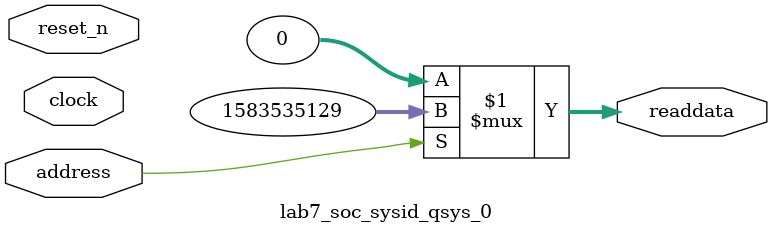
<source format=v>



// synthesis translate_off
`timescale 1ns / 1ps
// synthesis translate_on

// turn off superfluous verilog processor warnings 
// altera message_level Level1 
// altera message_off 10034 10035 10036 10037 10230 10240 10030 

module lab7_soc_sysid_qsys_0 (
               // inputs:
                address,
                clock,
                reset_n,

               // outputs:
                readdata
             )
;

  output  [ 31: 0] readdata;
  input            address;
  input            clock;
  input            reset_n;

  wire    [ 31: 0] readdata;
  //control_slave, which is an e_avalon_slave
  assign readdata = address ? 1583535129 : 0;

endmodule



</source>
